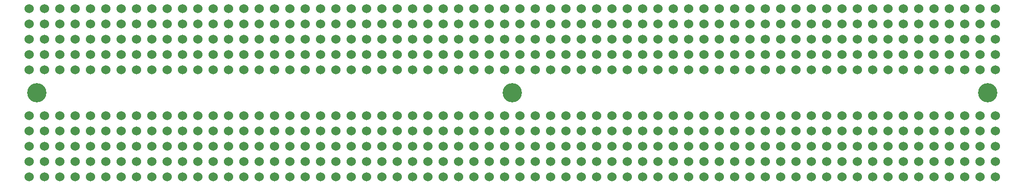
<source format=gbr>
%TF.GenerationSoftware,KiCad,Pcbnew,5.1.9-73d0e3b20d~88~ubuntu20.04.1*%
%TF.CreationDate,2021-01-27T17:20:26-06:00*%
%TF.ProjectId,ProtoPCBs,50726f74-6f50-4434-9273-2e6b69636164,rev?*%
%TF.SameCoordinates,Original*%
%TF.FileFunction,Soldermask,Top*%
%TF.FilePolarity,Negative*%
%FSLAX46Y46*%
G04 Gerber Fmt 4.6, Leading zero omitted, Abs format (unit mm)*
G04 Created by KiCad (PCBNEW 5.1.9-73d0e3b20d~88~ubuntu20.04.1) date 2021-01-27 17:20:26*
%MOMM*%
%LPD*%
G01*
G04 APERTURE LIST*
%ADD10C,1.524000*%
%ADD11C,3.200000*%
G04 APERTURE END LIST*
D10*
%TO.C,REF\u002A\u002A*%
X71120000Y-83820000D03*
X228600000Y-86360000D03*
X226060000Y-86360000D03*
X223520000Y-83820000D03*
X231140000Y-91440000D03*
X226060000Y-93980000D03*
X226060000Y-91440000D03*
X208280000Y-83820000D03*
X195580000Y-88900000D03*
X160020000Y-88900000D03*
X167640000Y-83820000D03*
X175260000Y-83820000D03*
X177800000Y-91440000D03*
X177800000Y-88900000D03*
X187960000Y-91440000D03*
X180340000Y-83820000D03*
X175260000Y-91440000D03*
X160020000Y-91440000D03*
X180340000Y-88900000D03*
X187960000Y-83820000D03*
X195580000Y-93980000D03*
X193040000Y-88900000D03*
X160020000Y-93980000D03*
X203200000Y-86360000D03*
X193040000Y-91440000D03*
X210820000Y-86360000D03*
X175260000Y-88900000D03*
X190500000Y-83820000D03*
X167640000Y-93980000D03*
X198120000Y-93980000D03*
X195580000Y-83820000D03*
X165100000Y-83820000D03*
X180340000Y-86360000D03*
X154940000Y-93980000D03*
X157480000Y-88900000D03*
X218440000Y-91440000D03*
X218440000Y-88900000D03*
X218440000Y-86360000D03*
X231140000Y-93980000D03*
X220980000Y-86360000D03*
X226060000Y-88900000D03*
X185420000Y-88900000D03*
X172720000Y-91440000D03*
X190500000Y-86360000D03*
X215900000Y-93980000D03*
X213360000Y-88900000D03*
X223520000Y-86360000D03*
X213360000Y-91440000D03*
X231140000Y-86360000D03*
X218440000Y-93980000D03*
X208280000Y-93980000D03*
X177800000Y-86360000D03*
X167640000Y-91440000D03*
X190500000Y-93980000D03*
X182880000Y-91440000D03*
X182880000Y-93980000D03*
X177800000Y-93980000D03*
X162560000Y-88900000D03*
X210820000Y-83820000D03*
X195580000Y-86360000D03*
X208280000Y-91440000D03*
X200660000Y-83820000D03*
X182880000Y-88900000D03*
X165100000Y-93980000D03*
X165100000Y-88900000D03*
X154940000Y-86360000D03*
X157480000Y-93980000D03*
X170180000Y-93980000D03*
X198120000Y-83820000D03*
X193040000Y-83820000D03*
X157480000Y-86360000D03*
X71120000Y-93980000D03*
X81280000Y-86360000D03*
X134620000Y-83820000D03*
X142240000Y-91440000D03*
X142240000Y-93980000D03*
X139700000Y-91440000D03*
X139700000Y-93980000D03*
X106680000Y-93980000D03*
X106680000Y-88900000D03*
X104140000Y-83820000D03*
X93980000Y-93980000D03*
X152400000Y-83820000D03*
X152400000Y-93980000D03*
X162560000Y-86360000D03*
X215900000Y-83820000D03*
X223520000Y-91440000D03*
X223520000Y-93980000D03*
X220980000Y-91440000D03*
X220980000Y-93980000D03*
X187960000Y-93980000D03*
X187960000Y-88900000D03*
X185420000Y-83820000D03*
X175260000Y-93980000D03*
X195580000Y-91440000D03*
X200660000Y-88900000D03*
X215900000Y-91440000D03*
X220980000Y-88900000D03*
X223520000Y-88900000D03*
X203200000Y-88900000D03*
X165100000Y-86360000D03*
X172720000Y-88900000D03*
X210820000Y-88900000D03*
X182880000Y-83820000D03*
X190500000Y-91440000D03*
X152400000Y-86360000D03*
X172720000Y-86360000D03*
X172720000Y-93980000D03*
X193040000Y-86360000D03*
X114300000Y-91440000D03*
X119380000Y-88900000D03*
X170180000Y-88900000D03*
X177800000Y-83820000D03*
X134620000Y-91440000D03*
X139700000Y-88900000D03*
X142240000Y-88900000D03*
X152400000Y-88900000D03*
X121920000Y-88900000D03*
X83820000Y-86360000D03*
X91440000Y-88900000D03*
X129540000Y-88900000D03*
X101600000Y-83820000D03*
X109220000Y-91440000D03*
X71120000Y-86360000D03*
X91440000Y-86360000D03*
X154940000Y-83820000D03*
X91440000Y-93980000D03*
X205740000Y-83820000D03*
X162560000Y-93980000D03*
X111760000Y-86360000D03*
X111760000Y-93980000D03*
X99060000Y-91440000D03*
X99060000Y-93980000D03*
X83820000Y-83820000D03*
X99060000Y-86360000D03*
X73660000Y-93980000D03*
X76200000Y-88900000D03*
X167640000Y-88900000D03*
X231140000Y-88900000D03*
X213360000Y-86360000D03*
X213360000Y-93980000D03*
X228600000Y-93980000D03*
X228600000Y-83820000D03*
X215900000Y-88900000D03*
X162560000Y-83820000D03*
X193040000Y-93980000D03*
X180340000Y-91440000D03*
X180340000Y-93980000D03*
X170180000Y-91440000D03*
X231140000Y-83820000D03*
X215900000Y-86360000D03*
X228600000Y-91440000D03*
X220980000Y-83820000D03*
X218440000Y-83820000D03*
X160020000Y-83820000D03*
X175260000Y-86360000D03*
X154940000Y-91440000D03*
X165100000Y-91440000D03*
X203200000Y-91440000D03*
X203200000Y-93980000D03*
X200660000Y-91440000D03*
X200660000Y-93980000D03*
X208280000Y-86360000D03*
X226060000Y-83820000D03*
X162560000Y-91440000D03*
X208280000Y-88900000D03*
X185420000Y-91440000D03*
X182880000Y-86360000D03*
X185420000Y-86360000D03*
X205740000Y-86360000D03*
X203200000Y-83820000D03*
X210820000Y-91440000D03*
X205740000Y-93980000D03*
X205740000Y-91440000D03*
X172720000Y-83820000D03*
X187960000Y-86360000D03*
X185420000Y-93980000D03*
X157480000Y-83820000D03*
X198120000Y-91440000D03*
X198120000Y-88900000D03*
X198120000Y-86360000D03*
X210820000Y-93980000D03*
X154940000Y-88900000D03*
X170180000Y-83820000D03*
X152400000Y-91440000D03*
X170180000Y-86360000D03*
X200660000Y-86360000D03*
X205740000Y-88900000D03*
X190500000Y-88900000D03*
X167640000Y-86360000D03*
X213360000Y-83820000D03*
X228600000Y-88900000D03*
X137160000Y-91440000D03*
X137160000Y-88900000D03*
X137160000Y-86360000D03*
X149860000Y-93980000D03*
X139700000Y-86360000D03*
X144780000Y-88900000D03*
X104140000Y-88900000D03*
X91440000Y-91440000D03*
X109220000Y-86360000D03*
X134620000Y-93980000D03*
X132080000Y-88900000D03*
X142240000Y-86360000D03*
X132080000Y-91440000D03*
X149860000Y-86360000D03*
X137160000Y-93980000D03*
X127000000Y-93980000D03*
X96520000Y-86360000D03*
X86360000Y-91440000D03*
X109220000Y-93980000D03*
X101600000Y-91440000D03*
X101600000Y-93980000D03*
X96520000Y-93980000D03*
X81280000Y-88900000D03*
X147320000Y-86360000D03*
X144780000Y-86360000D03*
X142240000Y-83820000D03*
X149860000Y-91440000D03*
X144780000Y-93980000D03*
X144780000Y-91440000D03*
X127000000Y-83820000D03*
X114300000Y-88900000D03*
X78740000Y-88900000D03*
X86360000Y-83820000D03*
X93980000Y-83820000D03*
X96520000Y-91440000D03*
X96520000Y-88900000D03*
X106680000Y-91440000D03*
X99060000Y-83820000D03*
X93980000Y-91440000D03*
X78740000Y-91440000D03*
X99060000Y-88900000D03*
X106680000Y-83820000D03*
X114300000Y-93980000D03*
X111760000Y-88900000D03*
X78740000Y-93980000D03*
X121920000Y-86360000D03*
X111760000Y-91440000D03*
X129540000Y-86360000D03*
X93980000Y-88900000D03*
X109220000Y-83820000D03*
X86360000Y-93980000D03*
X157480000Y-91440000D03*
X86360000Y-88900000D03*
X149860000Y-88900000D03*
X132080000Y-86360000D03*
X132080000Y-93980000D03*
X147320000Y-93980000D03*
X147320000Y-83820000D03*
X134620000Y-88900000D03*
X81280000Y-83820000D03*
X116840000Y-93980000D03*
X114300000Y-83820000D03*
X88900000Y-91440000D03*
X149860000Y-83820000D03*
X134620000Y-86360000D03*
X147320000Y-91440000D03*
X139700000Y-83820000D03*
X137160000Y-83820000D03*
X78740000Y-83820000D03*
X93980000Y-86360000D03*
X73660000Y-91440000D03*
X83820000Y-91440000D03*
X121920000Y-91440000D03*
X121920000Y-93980000D03*
X119380000Y-91440000D03*
X119380000Y-93980000D03*
X127000000Y-86360000D03*
X144780000Y-83820000D03*
X101600000Y-86360000D03*
X104140000Y-86360000D03*
X124460000Y-86360000D03*
X121920000Y-83820000D03*
X129540000Y-91440000D03*
X124460000Y-93980000D03*
X124460000Y-91440000D03*
X91440000Y-83820000D03*
X106680000Y-86360000D03*
X104140000Y-93980000D03*
X76200000Y-83820000D03*
X116840000Y-91440000D03*
X116840000Y-88900000D03*
X116840000Y-86360000D03*
X129540000Y-93980000D03*
X73660000Y-88900000D03*
X88900000Y-83820000D03*
X71120000Y-91440000D03*
X88900000Y-86360000D03*
X119380000Y-86360000D03*
X124460000Y-88900000D03*
X109220000Y-88900000D03*
X86360000Y-86360000D03*
X132080000Y-83820000D03*
X147320000Y-88900000D03*
X129540000Y-83820000D03*
X114300000Y-86360000D03*
X127000000Y-91440000D03*
X119380000Y-83820000D03*
X101600000Y-88900000D03*
X83820000Y-93980000D03*
X83820000Y-88900000D03*
X73660000Y-86360000D03*
X76200000Y-93980000D03*
X88900000Y-93980000D03*
X116840000Y-83820000D03*
X111760000Y-83820000D03*
X127000000Y-88900000D03*
X124460000Y-83820000D03*
X160020000Y-86360000D03*
X88900000Y-88900000D03*
X104140000Y-91440000D03*
X96520000Y-83820000D03*
X81280000Y-93980000D03*
X71120000Y-88900000D03*
X76200000Y-86360000D03*
X78740000Y-86360000D03*
X73660000Y-83820000D03*
X76200000Y-91440000D03*
X81280000Y-91440000D03*
X152400000Y-66040000D03*
X152400000Y-76200000D03*
X162560000Y-68580000D03*
X215900000Y-66040000D03*
X223520000Y-73660000D03*
X223520000Y-76200000D03*
X220980000Y-73660000D03*
X220980000Y-76200000D03*
X187960000Y-76200000D03*
X187960000Y-71120000D03*
X185420000Y-66040000D03*
X175260000Y-76200000D03*
X195580000Y-73660000D03*
X200660000Y-71120000D03*
X215900000Y-73660000D03*
X220980000Y-71120000D03*
X223520000Y-71120000D03*
X203200000Y-71120000D03*
X165100000Y-68580000D03*
X172720000Y-71120000D03*
X210820000Y-71120000D03*
X182880000Y-66040000D03*
X190500000Y-73660000D03*
X152400000Y-68580000D03*
X172720000Y-68580000D03*
X172720000Y-76200000D03*
X193040000Y-68580000D03*
X193040000Y-76200000D03*
X180340000Y-73660000D03*
X180340000Y-76200000D03*
X165100000Y-66040000D03*
X180340000Y-68580000D03*
X154940000Y-76200000D03*
X157480000Y-71120000D03*
X218440000Y-73660000D03*
X218440000Y-71120000D03*
X218440000Y-68580000D03*
X231140000Y-76200000D03*
X220980000Y-68580000D03*
X226060000Y-71120000D03*
X185420000Y-71120000D03*
X172720000Y-73660000D03*
X190500000Y-68580000D03*
X215900000Y-76200000D03*
X213360000Y-71120000D03*
X223520000Y-68580000D03*
X213360000Y-73660000D03*
X231140000Y-68580000D03*
X218440000Y-76200000D03*
X208280000Y-76200000D03*
X177800000Y-68580000D03*
X167640000Y-73660000D03*
X190500000Y-76200000D03*
X182880000Y-73660000D03*
X182880000Y-76200000D03*
X177800000Y-76200000D03*
X162560000Y-71120000D03*
X228600000Y-68580000D03*
X226060000Y-68580000D03*
X223520000Y-66040000D03*
X231140000Y-73660000D03*
X226060000Y-76200000D03*
X226060000Y-73660000D03*
X208280000Y-66040000D03*
X195580000Y-71120000D03*
X160020000Y-71120000D03*
X167640000Y-66040000D03*
X175260000Y-66040000D03*
X177800000Y-73660000D03*
X177800000Y-71120000D03*
X187960000Y-73660000D03*
X180340000Y-66040000D03*
X175260000Y-73660000D03*
X160020000Y-73660000D03*
X180340000Y-71120000D03*
X187960000Y-66040000D03*
X195580000Y-76200000D03*
X193040000Y-71120000D03*
X160020000Y-76200000D03*
X203200000Y-68580000D03*
X193040000Y-73660000D03*
X210820000Y-68580000D03*
X175260000Y-71120000D03*
X190500000Y-66040000D03*
X167640000Y-76200000D03*
X167640000Y-71120000D03*
X231140000Y-71120000D03*
X213360000Y-68580000D03*
X213360000Y-76200000D03*
X228600000Y-76200000D03*
X228600000Y-66040000D03*
X215900000Y-71120000D03*
X162560000Y-66040000D03*
X198120000Y-76200000D03*
X195580000Y-66040000D03*
X170180000Y-73660000D03*
X231140000Y-66040000D03*
X215900000Y-68580000D03*
X228600000Y-73660000D03*
X220980000Y-66040000D03*
X218440000Y-66040000D03*
X160020000Y-66040000D03*
X175260000Y-68580000D03*
X154940000Y-73660000D03*
X165100000Y-73660000D03*
X203200000Y-73660000D03*
X203200000Y-76200000D03*
X200660000Y-73660000D03*
X200660000Y-76200000D03*
X208280000Y-68580000D03*
X226060000Y-66040000D03*
X182880000Y-68580000D03*
X185420000Y-68580000D03*
X205740000Y-68580000D03*
X203200000Y-66040000D03*
X210820000Y-73660000D03*
X205740000Y-76200000D03*
X205740000Y-73660000D03*
X172720000Y-66040000D03*
X187960000Y-68580000D03*
X185420000Y-76200000D03*
X157480000Y-66040000D03*
X198120000Y-73660000D03*
X198120000Y-71120000D03*
X198120000Y-68580000D03*
X210820000Y-76200000D03*
X154940000Y-71120000D03*
X170180000Y-66040000D03*
X152400000Y-73660000D03*
X170180000Y-68580000D03*
X200660000Y-68580000D03*
X205740000Y-71120000D03*
X190500000Y-71120000D03*
X167640000Y-68580000D03*
X213360000Y-66040000D03*
X228600000Y-71120000D03*
X210820000Y-66040000D03*
X195580000Y-68580000D03*
X208280000Y-73660000D03*
X200660000Y-66040000D03*
X182880000Y-71120000D03*
X165100000Y-76200000D03*
X165100000Y-71120000D03*
X154940000Y-68580000D03*
X157480000Y-76200000D03*
X170180000Y-76200000D03*
X198120000Y-66040000D03*
X193040000Y-66040000D03*
X208280000Y-71120000D03*
X205740000Y-66040000D03*
X170180000Y-71120000D03*
X185420000Y-73660000D03*
X177800000Y-66040000D03*
X162560000Y-76200000D03*
X152400000Y-71120000D03*
X157480000Y-68580000D03*
X160020000Y-68580000D03*
X154940000Y-66040000D03*
X157480000Y-73660000D03*
X162560000Y-73660000D03*
X134620000Y-73660000D03*
X139700000Y-71120000D03*
X142240000Y-71120000D03*
X149860000Y-71120000D03*
X132080000Y-68580000D03*
X132080000Y-76200000D03*
X147320000Y-76200000D03*
X147320000Y-66040000D03*
X134620000Y-71120000D03*
X134620000Y-76200000D03*
X132080000Y-71120000D03*
X142240000Y-68580000D03*
X132080000Y-73660000D03*
X149860000Y-68580000D03*
X137160000Y-76200000D03*
X134620000Y-66040000D03*
X142240000Y-73660000D03*
X142240000Y-76200000D03*
X139700000Y-73660000D03*
X139700000Y-76200000D03*
X147320000Y-68580000D03*
X144780000Y-68580000D03*
X142240000Y-66040000D03*
X149860000Y-73660000D03*
X144780000Y-76200000D03*
X144780000Y-73660000D03*
X137160000Y-73660000D03*
X137160000Y-71120000D03*
X137160000Y-68580000D03*
X149860000Y-76200000D03*
X139700000Y-68580000D03*
X144780000Y-71120000D03*
X149860000Y-66040000D03*
X134620000Y-68580000D03*
X147320000Y-73660000D03*
X139700000Y-66040000D03*
X137160000Y-66040000D03*
X132080000Y-66040000D03*
X147320000Y-71120000D03*
X144780000Y-66040000D03*
X127000000Y-76200000D03*
X127000000Y-71120000D03*
X124460000Y-66040000D03*
X114300000Y-76200000D03*
X111760000Y-71120000D03*
X121920000Y-66040000D03*
X129540000Y-73660000D03*
X111760000Y-68580000D03*
X111760000Y-76200000D03*
X119380000Y-73660000D03*
X119380000Y-76200000D03*
X119380000Y-68580000D03*
X124460000Y-71120000D03*
X111760000Y-73660000D03*
X129540000Y-68580000D03*
X116840000Y-68580000D03*
X129540000Y-76200000D03*
X121920000Y-73660000D03*
X121920000Y-76200000D03*
X116840000Y-76200000D03*
X114300000Y-66040000D03*
X116840000Y-73660000D03*
X116840000Y-71120000D03*
X127000000Y-73660000D03*
X119380000Y-66040000D03*
X114300000Y-73660000D03*
X119380000Y-71120000D03*
X127000000Y-66040000D03*
X114300000Y-71120000D03*
X129540000Y-66040000D03*
X114300000Y-68580000D03*
X121920000Y-68580000D03*
X124460000Y-68580000D03*
X111760000Y-66040000D03*
X127000000Y-68580000D03*
X124460000Y-76200000D03*
X129540000Y-71120000D03*
X121920000Y-71120000D03*
X124460000Y-73660000D03*
X116840000Y-66040000D03*
X91440000Y-66040000D03*
X91440000Y-76200000D03*
X101600000Y-68580000D03*
X104140000Y-68580000D03*
X91440000Y-68580000D03*
X104140000Y-66040000D03*
X93980000Y-76200000D03*
X96520000Y-71120000D03*
X106680000Y-73660000D03*
X101600000Y-71120000D03*
X99060000Y-71120000D03*
X106680000Y-66040000D03*
X99060000Y-73660000D03*
X99060000Y-76200000D03*
X106680000Y-76200000D03*
X106680000Y-71120000D03*
X101600000Y-66040000D03*
X109220000Y-73660000D03*
X99060000Y-66040000D03*
X93980000Y-73660000D03*
X104140000Y-73660000D03*
X96520000Y-66040000D03*
X93980000Y-71120000D03*
X109220000Y-66040000D03*
X91440000Y-73660000D03*
X109220000Y-68580000D03*
X106680000Y-68580000D03*
X104140000Y-76200000D03*
X104140000Y-71120000D03*
X93980000Y-68580000D03*
X96520000Y-76200000D03*
X109220000Y-76200000D03*
X109220000Y-71120000D03*
X101600000Y-76200000D03*
X91440000Y-71120000D03*
X96520000Y-68580000D03*
X99060000Y-68580000D03*
X93980000Y-66040000D03*
X96520000Y-73660000D03*
X101600000Y-73660000D03*
X88900000Y-73660000D03*
X88900000Y-66040000D03*
X88900000Y-76200000D03*
X88900000Y-71120000D03*
X88900000Y-68580000D03*
X86360000Y-68580000D03*
X86360000Y-66040000D03*
X86360000Y-73660000D03*
X86360000Y-76200000D03*
X86360000Y-71120000D03*
X83820000Y-68580000D03*
X83820000Y-71120000D03*
X83820000Y-66040000D03*
X83820000Y-76200000D03*
X83820000Y-73660000D03*
X81280000Y-71120000D03*
X81280000Y-73660000D03*
X81280000Y-76200000D03*
X81280000Y-66040000D03*
X81280000Y-68580000D03*
X78740000Y-71120000D03*
X78740000Y-66040000D03*
X78740000Y-76200000D03*
X78740000Y-68580000D03*
X78740000Y-73660000D03*
X76200000Y-76200000D03*
X76200000Y-73660000D03*
X76200000Y-71120000D03*
X76200000Y-68580000D03*
X76200000Y-66040000D03*
X73660000Y-66040000D03*
X73660000Y-76200000D03*
X73660000Y-68580000D03*
X73660000Y-73660000D03*
X73660000Y-71120000D03*
X71120000Y-76200000D03*
X71120000Y-73660000D03*
X71120000Y-71120000D03*
X71120000Y-68580000D03*
X71120000Y-66040000D03*
%TD*%
D11*
%TO.C,REF\u002A\u002A*%
X151130000Y-80010000D03*
%TD*%
%TO.C,REF\u002A\u002A*%
X229870000Y-80010000D03*
%TD*%
%TO.C,REF\u002A\u002A*%
X72390000Y-80010000D03*
%TD*%
M02*

</source>
